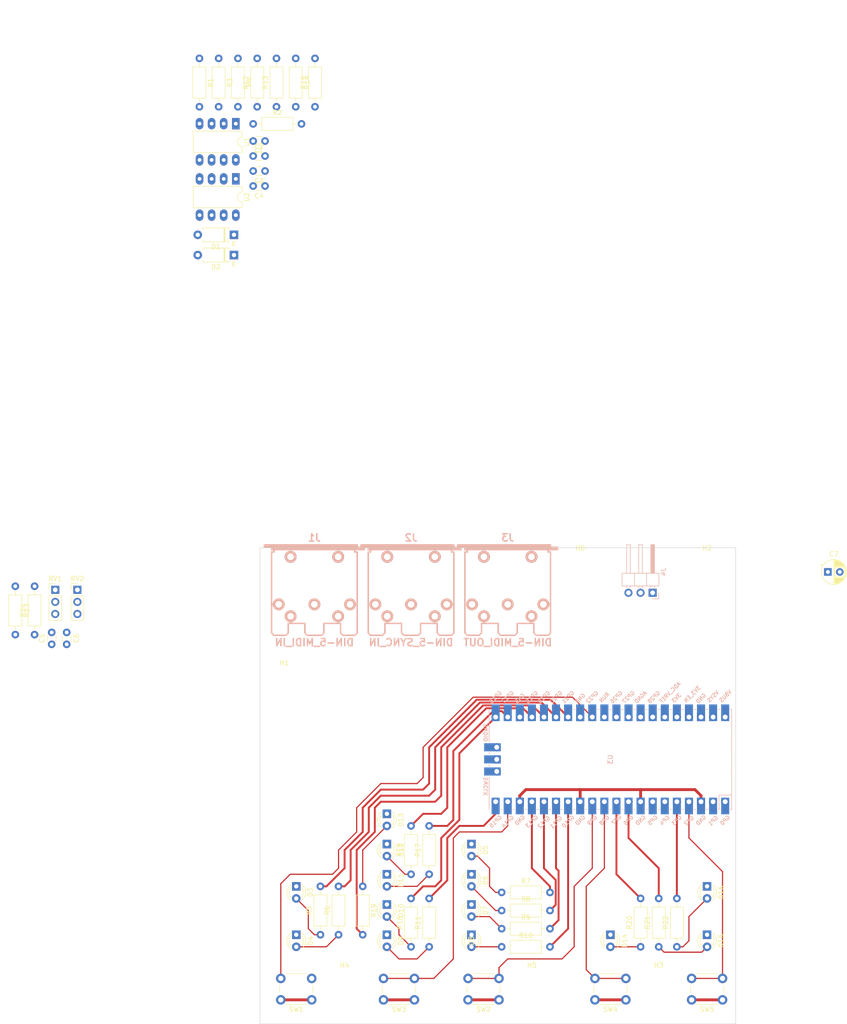
<source format=kicad_pcb>
(kicad_pcb (version 20221018) (generator pcbnew)
  (layers (0 "F.Cu" signal) (31 "B.Cu" signal) (34 "B.Paste" user) (35 "F.Paste" user) (36 "B.SilkS" user "B.Silkscreen") (37 "F.SilkS" user "F.Silkscreen") (38 "B.Mask" user) (39 "F.Mask" user) (44 "Edge.Cuts" user))
  (net 0 "")
  (net 1 "Net-(C1-Pad1)")
  (net 2 "GND")
  (net 3 "Net-(C2-Pad1)")
  (net 4 "+5V")
  (net 5 "/TEMPO")
  (net 6 "GNDA")
  (net 7 "/GATE")
  (net 8 "VCC")
  (net 9 "Net-(D1-K)")
  (net 10 "Net-(D1-A)")
  (net 11 "Net-(D2-K)")
  (net 12 "Net-(D2-A)")
  (net 13 "Net-(D3-A)")
  (net 14 "Net-(D4-A)")
  (net 15 "Net-(D5-A)")
  (net 16 "Net-(D6-A)")
  (net 17 "Net-(D7-A)")
  (net 18 "Net-(D8-A)")
  (net 19 "Net-(D9-A)")
  (net 20 "Net-(D10-A)")
  (net 21 "Net-(D11-A)")
  (net 22 "Net-(D12-A)")
  (net 23 "Net-(D13-A)")
  (net 24 "Net-(D14-A)")
  (net 25 "Net-(D15-A)")
  (net 26 "Net-(D16-A)")
  (net 28 "Net-(J1-Pad4)")
  (net 31 "Net-(J2-Pad4)")
  (net 34 "Net-(J3-Pad4)")
  (net 36 "Net-(J3-Pad5)")
  (net 37 "Net-(J4-Pin_1)")
  (net 38 "/MIDI_OUT")
  (net 39 "/TEMPO_LED")
  (net 40 "/SYNC_LED")
  (net 41 "/MODE_UP_LED")
  (net 42 "/MODE_DOWN_LED")
  (net 43 "/MODE_UP_DOWN_LED")
  (net 44 "/MODE_RANDOM_LED")
  (net 45 "/OCT1_LED")
  (net 46 "Net-(U1-VO1)")
  (net 47 "Net-(U2-VO1)")
  (net 48 "/MIDI_IN")
  (net 49 "/MIDI_SYNC_IN")
  (net 50 "/OCT2_LED")
  (net 51 "/OCT3_LED")
  (net 52 "/OCT4_LED")
  (net 53 "/OCT5_LED")
  (net 54 "/ONOFF_LED")
  (net 55 "/CHORDS_LED")
  (net 56 "/HOLD_LED")
  (net 57 "Net-(R23-Pad1)")
  (net 58 "Net-(R24-Pad1)")
  (net 59 "/ADC_VREF")
  (net 60 "/SYNC")
  (net 61 "/MODE")
  (net 62 "/OCT")
  (net 63 "/ONOFF")
  (net 64 "/HOLD")
  (net 74 "Net-(J4-Pin_3)")
  (footprint "LED_THT:LED_D3.0mm" (layer "F.Cu") (at 43.18 106.68 -90)
    (fp_text reference "D3")
    (fp_text value "LED")
  )
  (footprint "LED_THT:LED_D3.0mm" (layer "F.Cu") (at 62.23 116.84 -90)
    (fp_text reference "D9")
    (fp_text value "LED")
  )
  (footprint "Resistor_THT:R_Axial_DIN0207_L6.3mm_D2.5mm_P10.16mm_Horizontal" (layer "F.Cu") (at 34.12 -53.475)
    (fp_text reference "R2")
    (fp_text value "220")
  )
  (footprint "LED_THT:LED_D3.0mm" (layer "F.Cu") (at 80.01 104.14 -90)
    (fp_text reference "D6")
    (fp_text value "LED")
  )
  (footprint "Button_Switch_THT:SW_PUSH_6mm" (layer "F.Cu") (at 112.47 130.52 180)
    (fp_text reference "SW4")
    (fp_text value "SW_ONOFF")
  )
  (footprint "Resistor_THT:R_Axial_DIN0207_L6.3mm_D2.5mm_P10.16mm_Horizontal" (layer "F.Cu") (at 48.26 116.84 90)
    (fp_text reference "R5")
    (fp_text value "220")
  )
  (footprint "Resistor_THT:R_Axial_DIN0207_L6.3mm_D2.5mm_P10.16mm_Horizontal" (layer "F.Cu") (at 34.97 -57.075 90)
    (fp_text reference "R12")
    (fp_text value "4k7")
  )
  (footprint "Connector_PinHeader_2.54mm:PinHeader_1x03_P2.54mm_Vertical" (layer "F.Cu") (at -2.83 44.39)
    (fp_text reference "RV2")
    (fp_text value "10k (B)")
  )
  (footprint "Resistor_THT:R_Axial_DIN0207_L6.3mm_D2.5mm_P10.16mm_Horizontal" (layer "F.Cu") (at 57.15 106.68 -90)
    (fp_text reference "R19")
    (fp_text value "220")
  )
  (footprint "Resistor_THT:R_Axial_DIN0207_L6.3mm_D2.5mm_P10.16mm_Horizontal" (layer "F.Cu") (at -15.88 43.64 -90)
    (fp_text reference "R23")
    (fp_text value "15k")
  )
  (footprint "Capacitor_THT:C_Disc_D3.0mm_W1.6mm_P2.50mm" (layer "F.Cu") (at 36.62 -49.875 180)
    (fp_text reference "C1")
    (fp_text value "0.1u")
  )
  (footprint "Capacitor_THT:C_Disc_D3.0mm_W1.6mm_P2.50mm" (layer "F.Cu") (at -8.23 55.84 90)
    (fp_text reference "C5")
    (fp_text value "1u")
  )
  (footprint "Resistor_THT:R_Axial_DIN0207_L6.3mm_D2.5mm_P10.16mm_Horizontal" (layer "F.Cu") (at 47.12 -57.075 90)
    (fp_text reference "R15")
    (fp_text value "470")
  )
  (footprint "Connector_PinHeader_2.54mm:PinHeader_1x03_P2.54mm_Vertical" (layer "F.Cu") (at -7.48 44.39)
    (fp_text reference "RV1")
    (fp_text value "10k (B)")
  )
  (footprint "Button_Switch_THT:SW_PUSH_6mm" (layer "F.Cu") (at 46.43 130.52 180)
    (fp_text reference "SW1")
    (fp_text value "SW_SYNC")
  )
  (footprint "MountingHole:MountingHole_4mm" (layer "F.Cu") (at 129.54 40.64)
    (fp_text reference "H2")
    (fp_text value "MountingHole")
  )
  (footprint "LED_THT:LED_D3.0mm" (layer "F.Cu") (at 62.23 97.79 -90)
    (fp_text reference "D12")
    (fp_text value "LED")
  )
  (footprint "Resistor_THT:R_Axial_DIN0207_L6.3mm_D2.5mm_P10.16mm_Horizontal" (layer "F.Cu") (at 123.19 119.38 90)
    (fp_text reference "R22")
    (fp_text value "220")
  )
  (footprint "Resistor_THT:R_Axial_DIN0207_L6.3mm_D2.5mm_P10.16mm_Horizontal" (layer "F.Cu") (at 30.92 -67.235 -90)
    (fp_text reference "R4")
    (fp_text value "33")
  )
  (footprint "LED_THT:LED_D3.0mm" (layer "F.Cu") (at 80.01 97.79 -90)
    (fp_text reference "D5")
    (fp_text value "LED")
  )
  (footprint "Capacitor_THT:C_Disc_D3.0mm_W1.6mm_P2.50mm" (layer "F.Cu") (at 36.62 -43.575 180)
    (fp_text reference "C3")
    (fp_text value "0.1u")
  )
  (footprint "MountingHole:MountingHole_4mm" (layer "F.Cu") (at 92.71 128.27)
    (fp_text reference "H5")
    (fp_text value "MountingHole")
  )
  (footprint "Button_Switch_THT:SW_PUSH_6mm" (layer "F.Cu") (at 85.8 130.52 180)
    (fp_text reference "SW2")
    (fp_text value "SW_MODE")
  )
  (footprint "Resistor_THT:R_Axial_DIN0207_L6.3mm_D2.5mm_P10.16mm_Horizontal" (layer "F.Cu") (at 52.07 116.84 90)
    (fp_text reference "R6")
    (fp_text value "220")
  )
  (footprint "Button_Switch_THT:SW_PUSH_6mm" (layer "F.Cu") (at 68.02 130.52 180)
    (fp_text reference "SW3")
    (fp_text value "SW_OCT")
  )
  (footprint "LED_THT:LED_D3.0mm" (layer "F.Cu") (at 62.23 91.44 -90)
    (fp_text reference "D13")
    (fp_text value "LED")
  )
  (footprint "Resistor_THT:R_Axial_DIN0207_L6.3mm_D2.5mm_P10.16mm_Horizontal" (layer "F.Cu") (at -11.83 53.8 90)
    (fp_text reference "R24")
    (fp_text value "15k")
  )
  (footprint "LED_THT:LED_D3.0mm" (layer "F.Cu") (at 62.23 110.49 -90)
    (fp_text reference "D10")
    (fp_text value "LED")
  )
  (footprint "MountingHole:MountingHole_4mm" (layer "F.Cu") (at 53.34 128.27)
    (fp_text reference "H4")
    (fp_text value "MountingHole")
  )
  (footprint "Button_Switch_THT:SW_PUSH_6mm" (layer "F.Cu") (at 132.79 130.52 180)
    (fp_text reference "SW5")
    (fp_text value "SW_HOLD")
  )
  (footprint "Resistor_THT:R_Axial_DIN0207_L6.3mm_D2.5mm_P10.16mm_Horizontal" (layer "F.Cu") (at 86.36 107.95)
    (fp_text reference "R7")
    (fp_text value "220")
  )
  (footprint "Diode_THT:D_A-405_P7.62mm_Horizontal" (layer "F.Cu") (at 30.09 -30.175 180)
    (fp_text reference "D1")
    (fp_text value "1N914")
  )
  (footprint "Resistor_THT:R_Axial_DIN0207_L6.3mm_D2.5mm_P10.16mm_Horizontal" (layer "F.Cu") (at 86.36 115.57)
    (fp_text reference "R9")
    (fp_text value "220")
  )
  (footprint "Resistor_THT:R_Axial_DIN0207_L6.3mm_D2.5mm_P10.16mm_Horizontal" (layer "F.Cu") (at 67.31 104.14 90)
    (fp_text reference "R18")
    (fp_text value "220")
  )
  (footprint "MountingHole:MountingHole_4mm" (layer "F.Cu") (at 119.38 128.27)
    (fp_text reference "H3")
    (fp_text value "MountingHole")
  )
  (footprint "Resistor_THT:R_Axial_DIN0207_L6.3mm_D2.5mm_P10.16mm_Horizontal" (layer "F.Cu") (at 119.38 119.38 90)
    (fp_text reference "R21")
    (fp_text value "220")
  )
  (footprint "Capacitor_THT:C_Disc_D3.0mm_W1.6mm_P2.50mm" (layer "F.Cu") (at -5.08 53.34 -90)
    (fp_text reference "C6")
    (fp_text value "1u")
  )
  (footprint "LED_THT:LED_D3.0mm" (layer "F.Cu") (at 129.54 116.84 -90)
    (fp_text reference "D15")
    (fp_text value "LED")
  )
  (footprint "Capacitor_THT:C_Disc_D3.0mm_W1.6mm_P2.50mm" (layer "F.Cu") (at 34.12 -46.725)
    (fp_text reference "C2")
    (fp_text value "0.1u")
  )
  (footprint "MountingHole:MountingHole_4mm" (layer "F.Cu") (at 102.87 40.64)
    (fp_text reference "H6")
    (fp_text value "MountingHole")
  )
  (footprint "Package_DIP:DIP-8_W7.62mm_LongPads" (layer "F.Cu") (at 30.47 -41.925 -90)
    (fp_text reference "U2")
    (fp_text value "6N138")
  )
  (footprint "Resistor_THT:R_Axial_DIN0207_L6.3mm_D2.5mm_P10.16mm_Horizontal" (layer "F.Cu") (at 39.02 -57.075 90)
    (fp_text reference "R13")
    (fp_text value "4k7")
  )
  (footprint "LED_THT:LED_D3.0mm" (layer "F.Cu") (at 43.18 116.84 -90)
    (fp_text reference "D4")
    (fp_text value "LED")
  )
  (footprint "LED_THT:LED_D3.0mm" (layer "F.Cu") (at 80.01 116.84 -90)
    (fp_text reference "D8")
    (fp_text value "LED")
  )
  (footprint "Diode_THT:D_A-405_P7.62mm_Horizontal" (layer "F.Cu") (at 30.09 -25.925 180)
    (fp_text reference "D2")
    (fp_text value "1N914")
  )
  (footprint "Resistor_THT:R_Axial_DIN0207_L6.3mm_D2.5mm_P10.16mm_Horizontal" (layer "F.Cu") (at 67.31 119.38 90)
    (fp_text reference "R16")
    (fp_text value "220")
  )
  (footprint "Resistor_THT:R_Axial_DIN0207_L6.3mm_D2.5mm_P10.16mm_Horizontal" (layer "F.Cu") (at 86.36 111.76)
    (fp_text reference "R8")
    (fp_text value "220")
  )
  (footprint "LED_THT:LED_D3.0mm" (layer "F.Cu") (at 80.01 110.49 -90)
    (fp_text reference "D7")
    (fp_text value "LED")
  )
  (footprint "LED_THT:LED_D3.0mm" (layer "F.Cu") (at 129.54 106.68 -90)
    (fp_text reference "D16")
    (fp_text value "LED")
  )
  (footprint "Capacitor_THT:C_Disc_D3.0mm_W1.6mm_P2.50mm" (layer "F.Cu") (at 36.62 -40.425 180)
    (fp_text reference "C4")
    (fp_text value "0.1u")
  )
  (footprint "LED_THT:LED_D3.0mm" (layer "F.Cu") (at 109.22 116.84 -90)
    (fp_text reference "D14")
    (fp_text value "LED")
  )
  (footprint "Resistor_THT:R_Axial_DIN0207_L6.3mm_D2.5mm_P10.16mm_Horizontal" (layer "F.Cu") (at 43.07 -67.235 -90)
    (fp_text reference "R14")
    (fp_text value "470")
  )
  (footprint "MountingHole:MountingHole_4mm" (layer "F.Cu") (at 40.64 64.77)
    (fp_text reference "H1")
    (fp_text value "MountingHole")
  )
  (footprint "Resistor_THT:R_Axial_DIN0207_L6.3mm_D2.5mm_P10.16mm_Horizontal" (layer "F.Cu") (at 71.12 104.14 90)
    (fp_text reference "R17")
    (fp_text value "220")
  )
  (footprint "Capacitor_THT:CP_Radial_D5.0mm_P2.50mm" (layer "F.Cu") (at 154.94 40.64)
    (fp_text reference "C7")
    (fp_text value "10u")
  )
  (footprint "Resistor_THT:R_Axial_DIN0207_L6.3mm_D2.5mm_P10.16mm_Horizontal" (layer "F.Cu") (at 115.57 119.38 90)
    (fp_text reference "R20")
    (fp_text value "220")
  )
  (footprint "Resistor_THT:R_Axial_DIN0207_L6.3mm_D2.5mm_P10.16mm_Horizontal" (layer "F.Cu") (at 71.12 119.38 90)
    (fp_text reference "R11")
    (fp_text value "220")
  )
  (footprint "Resistor_THT:R_Axial_DIN0207_L6.3mm_D2.5mm_P10.16mm_Horizontal" (layer "F.Cu") (at 86.36 119.38)
    (fp_text reference "R10")
    (fp_text value "220")
  )
  (footprint "Package_DIP:DIP-8_W7.62mm_LongPads" (layer "F.Cu") (at 30.47 -53.525 -90)
    (fp_text reference "U1")
    (fp_text value "6N138")
  )
  (footprint "Resistor_THT:R_Axial_DIN0207_L6.3mm_D2.5mm_P10.16mm_Horizontal" (layer "F.Cu") (at 26.87 -67.235 -90)
    (fp_text reference "R3")
    (fp_text value "10")
  )
  (footprint "Resistor_THT:R_Axial_DIN0207_L6.3mm_D2.5mm_P10.16mm_Horizontal" (layer "F.Cu") (at 22.82 -67.235 -90)
    (fp_text reference "R1")
    (fp_text value "220")
  )
  (footprint "LED_THT:LED_D3.0mm" (layer "F.Cu") (at 62.23 104.14 -90)
    (fp_text reference "D11")
    (fp_text value "LED")
  )
  (footprint "Connector_PinHeader_2.54mm:PinHeader_1x03_P2.54mm_Horizontal" (layer "B.Cu") (at 118.095 45.015 90)
    (fp_text reference "J4")
    (fp_text value "Conn_01x03_Pin")
  )
  (footprint "Eurocad:MIDI_DIN5" (layer "B.Cu") (at 46.99 44.45)
    (fp_text reference "J1")
    (fp_text value "DIN-5_MIDI_IN")
  )
  (footprint "Eurocad:MIDI_DIN5" (layer "B.Cu") (at 67.31 44.45)
    (fp_text reference "J2")
    (fp_text value "DIN-5_SYNC_IN")
  )
  (footprint "MCU_RaspberryPi_and_Boards:RPi_Pico_SMD_TH" (layer "B.Cu") (at 109.22 80.01 90)
    (fp_text reference "U3")
    (fp_text value "Pico")
  )
  (footprint "Eurocad:MIDI_DIN5" (layer "B.Cu") (at 87.63 44.45)
    (fp_text reference "J3")
    (fp_text value "DIN-5_MIDI_OUT")
  )
  (gr_rect (start 35.56 35.56) (end 135.56 135.56) (stroke (width 0.1)) (fill none) (layer "Edge.Cuts"))
  (segment (start 90.17 88.9) (end 90.17 87.63) (width 0.6) (layer "F.Cu") (net 2))
  (segment (start 132.79 130.52) (end 126.29 130.52) (width 0.6) (layer "F.Cu") (net 2))
  (segment (start 127 86.36) (end 128.27 87.63) (width 0.6) (layer "F.Cu") (net 2))
  (segment (start 39.93 130.52) (end 46.43 130.52) (width 0.6) (layer "F.Cu") (net 2))
  (segment (start 102.87 86.36) (end 115.57 86.36) (width 0.6) (layer "F.Cu") (net 2))
  (segment (start 90.17 87.63) (end 91.44 86.36) (width 0.6) (layer "F.Cu") (net 2))
  (segment (start 91.44 86.36) (end 102.87 86.36) (width 0.6) (layer "F.Cu") (net 2))
  (segment (start 115.57 86.36) (end 127 86.36) (width 0.6) (layer "F.Cu") (net 2))
  (segment (start 102.87 88.9) (end 102.87 86.36) (width 0.6) (layer "F.Cu") (net 2))
  (segment (start 112.76 130.81) (end 113.03 130.81) (width 0.6) (layer "F.Cu") (net 2))
  (segment (start 61.52 130.52) (end 68.02 130.52) (width 0.6) (layer "F.Cu") (net 2))
  (segment (start 79.3 130.52) (end 85.8 130.52) (width 0.6) (layer "F.Cu") (net 2))
  (segment (start 112.47 130.52) (end 112.76 130.81) (width 0.6) (layer "F.Cu") (net 2))
  (segment (start 112.47 130.52) (end 105.97 130.52) (width 0.6) (layer "F.Cu") (net 2))
  (segment (start 128.27 87.63) (end 128.27 88.9) (width 0.6) (layer "F.Cu") (net 2))
  (segment (start 115.57 88.9) (end 115.57 86.36) (width 0.6) (layer "F.Cu") (net 2))
  (segment (start 46.99 116.84) (end 48.26 116.84) (width 0.25) (layer "F.Cu") (net 13))
  (segment (start 43.18 109.22) (end 45.72 111.76) (width 0.25) (layer "F.Cu") (net 13))
  (segment (start 45.72 115.57) (end 46.99 116.84) (width 0.25) (layer "F.Cu") (net 13))
  (segment (start 45.72 111.76) (end 45.72 115.57) (width 0.25) (layer "F.Cu") (net 13))
  (segment (start 43.18 119.38) (end 49.53 119.38) (width 0.25) (layer "F.Cu") (net 14))
  (segment (start 49.53 119.38) (end 52.07 116.84) (width 0.25) (layer "F.Cu") (net 14))
  (segment (start 85.09 107.95) (end 86.36 107.95) (width 0.25) (layer "F.Cu") (net 15))
  (segment (start 81.28 100.33) (end 83.82 102.87) (width 0.25) (layer "F.Cu") (net 15))
  (segment (start 80.01 100.33) (end 81.28 100.33) (width 0.25) (layer "F.Cu") (net 15))
  (segment (start 83.82 102.87) (end 83.82 106.68) (width 0.25) (layer "F.Cu") (net 15))
  (segment (start 83.82 106.68) (end 85.09 107.95) (width 0.25) (layer "F.Cu") (net 15))
  (segment (start 80.01 106.68) (end 85.09 111.76) (width 0.25) (layer "F.Cu") (net 16))
  (segment (start 85.09 111.76) (end 86.36 111.76) (width 0.25) (layer "F.Cu") (net 16))
  (segment (start 80.01 113.03) (end 83.82 113.03) (width 0.25) (layer "F.Cu") (net 17))
  (segment (start 83.82 113.03) (end 86.36 115.57) (width 0.25) (layer "F.Cu") (net 17))
  (segment (start 80.01 119.38) (end 86.36 119.38) (width 0.25) (layer "F.Cu") (net 18))
  (segment (start 62.23 119.38) (end 64.77 121.92) (width 0.25) (layer "F.Cu") (net 19))
  (segment (start 68.58 121.92) (end 71.12 119.38) (width 0.25) (layer "F.Cu") (net 19))
  (segment (start 64.77 121.92) (end 68.58 121.92) (width 0.25) (layer "F.Cu") (net 19))
  (segment (start 67.31 119.38) (end 64.77 116.84) (width 0.25) (layer "F.Cu") (net 20))
  (segment (start 64.77 115.57) (end 62.23 113.03) (width 0.25) (layer "F.Cu") (net 20))
  (segment (start 64.77 116.84) (end 64.77 115.57) (width 0.25) (layer "F.Cu") (net 20))
  (segment (start 62.23 106.68) (end 68.58 106.68) (width 0.25) (layer "F.Cu") (net 21))
  (segment (start 68.58 106.68) (end 71.12 104.14) (width 0.25) (layer "F.Cu") (net 21))
  (segment (start 62.23 100.33) (end 66.04 104.14) (width 0.25) (layer "F.Cu") (net 22))
  (segment (start 66.04 104.14) (end 67.31 104.14) (width 0.25) (layer "F.Cu") (net 22))
  (segment (start 57.15 99.06) (end 57.15 106.68) (width 0.25) (layer "F.Cu") (net 23))
  (segment (start 62.23 93.98) (end 57.15 99.06) (width 0.25) (layer "F.Cu") (net 23))
  (segment (start 109.22 119.38) (end 115.57 119.38) (width 0.25) (layer "F.Cu") (net 24))
  (segment (start 129.54 119.38) (end 128.415 120.505) (width 0.25) (layer "F.Cu") (net 25))
  (segment (start 120.505 120.505) (end 119.38 119.38) (width 0.25) (layer "F.Cu") (net 25))
  (segment (start 128.415 120.505) (end 120.505 120.505) (width 0.25) (layer "F.Cu") (net 25))
  (segment (start 124.46 119.38) (end 125.73 118.11) (width 0.25) (layer "F.Cu") (net 26))
  (segment (start 123.19 119.38) (end 124.46 119.38) (width 0.25) (layer "F.Cu") (net 26))
  (segment (start 125.73 118.11) (end 125.73 113.03) (width 0.25) (layer "F.Cu") (net 26))
  (segment (start 125.73 113.03) (end 129.54 109.22) (width 0.25) (layer "F.Cu") (net 26))
  (segment (start 100.33 71.12) (end 96.681497 67.471497) (width 0.4) (layer "F.Cu") (net 39))
  (segment (start 69.85 86.36) (end 60.96 86.36) (width 0.4) (layer "F.Cu") (net 39))
  (segment (start 60.96 86.36) (end 57.15 90.17) (width 0.4) (layer "F.Cu") (net 39))
  (segment (start 53.34 102.87) (end 49.53 106.68) (width 0.4) (layer "F.Cu") (net 39))
  (segment (start 71.12 77.47) (end 71.12 85.09) (width 0.4) (layer "F.Cu") (net 39))
  (segment (start 81.118503 67.471497) (end 71.12 77.47) (width 0.4) (layer "F.Cu") (net 39))
  (segment (start 57.15 95.25) (end 53.34 99.06) (width 0.4) (layer "F.Cu") (net 39))
  (segment (start 71.12 85.09) (end 69.85 86.36) (width 0.4) (layer "F.Cu") (net 39))
  (segment (start 57.15 90.17) (end 57.15 95.25) (width 0.4) (layer "F.Cu") (net 39))
  (segment (start 53.34 99.06) (end 53.34 102.87) (width 0.4) (layer "F.Cu") (net 39))
  (segment (start 96.681497 67.471497) (end 81.118503 67.471497) (width 0.4) (layer "F.Cu") (net 39))
  (segment (start 49.53 106.68) (end 48.26 106.68) (width 0.4) (layer "F.Cu") (net 39))
  (segment (start 71.12 87.63) (end 60.96 87.63) (width 0.4) (layer "F.Cu") (net 40))
  (segment (start 58.42 90.17) (end 58.42 95.25) (width 0.4) (layer "F.Cu") (net 40))
  (segment (start 97.79 71.12) (end 94.741497 68.071497) (width 0.4) (layer "F.Cu") (net 40))
  (segment (start 94.741497 68.071497) (end 81.788503 68.071497) (width 0.4) (layer "F.Cu") (net 40))
  (segment (start 54.61 99.06) (end 54.61 105.41) (width 0.4) (layer "F.Cu") (net 40))
  (segment (start 58.42 95.25) (end 54.61 99.06) (width 0.4) (layer "F.Cu") (net 40))
  (segment (start 72.39 77.47) (end 72.39 86.36) (width 0.4) (layer "F.Cu") (net 40))
  (segment (start 53.34 106.68) (end 52.07 106.68) (width 0.4) (layer "F.Cu") (net 40))
  (segment (start 72.39 86.36) (end 71.12 87.63) (width 0.4) (layer "F.Cu") (net 40))
  (segment (start 54.61 105.41) (end 53.34 106.68) (width 0.4) (layer "F.Cu") (net 40))
  (segment (start 81.788503 68.071497) (end 72.39 77.47) (width 0.4) (layer "F.Cu") (net 40))
  (segment (start 60.96 87.63) (end 58.42 90.17) (width 0.4) (layer "F.Cu") (net 40))
  (segment (start 96.52 106.68) (end 92.71 102.87) (width 0.4) (layer "F.Cu") (net 41))
  (segment (start 96.52 107.95) (end 96.52 106.68) (width 0.4) (layer "F.Cu") (net 41))
  (segment (start 92.71 102.87) (end 92.71 88.9) (width 0.4) (layer "F.Cu") (net 41))
  (segment (start 97.72 105.34) (end 95.25 102.87) (width 0.4) (layer "F.Cu") (net 42))
  (segment (start 97.72 110.56) (end 97.72 105.34) (width 0.4) (layer "F.Cu") (net 42))
  (segment (start 96.52 111.76) (end 97.72 110.56) (width 0.4) (layer "F.Cu") (net 42))
  (segment (start 95.25 102.87) (end 95.25 88.9) (width 0.4) (layer "F.Cu") (net 42))
  (segment (start 97.79 102.87) (end 97.79 88.9) (width 0.4) (layer "F.Cu") (net 43))
  (segment (start 98.3195 113.7705) (end 98.3195 103.3995) (width 0.4) (layer "F.Cu") (net 43))
  (segment (start 96.52 115.57) (end 98.3195 113.7705) (width 0.4) (layer "F.Cu") (net 43))
  (segment (start 98.3195 103.3995) (end 97.79 102.87) (width 0.4) (layer "F.Cu") (net 43))
  (segment (start 96.52 119.38) (end 100.33 115.57) (width 0.4) (layer "F.Cu") (net 44))
  (segment (start 100.33 115.57) (end 100.33 88.9) (width 0.4) (layer "F.Cu") (net 44))
  (segment (start 74.93 105.41) (end 74.93 96.52) (width 0.4) (layer "F.Cu") (net 45))
  (segment (start 82.55 93.98) (end 85.09 91.44) (width 0.4) (layer "F.Cu") (net 45))
  (segment (start 74.93 96.52) (end 77.47 93.98) (width 0.4) (layer "F.Cu") (net 45))
  (segment (start 77.47 93.98) (end 82.55 93.98) (width 0.4) (layer "F.Cu") (net 45))
  (segment (start 85.09 91.44) (end 85.09 88.9) (width 0.4) (layer "F.Cu") (net 45))
  (segment (start 71.12 109.22) (end 74.93 105.41) (width 0.4) (layer "F.Cu") (net 45))
  (segment (start 85.09 71.12) (end 77.47 78.74) (width 0.4) (layer "F.Cu") (net 50))
  (segment (start 73.66 105.41) (end 72.39 106.68) (width 0.4) (layer "F.Cu") (net 50))
  (segment (start 72.39 106.68) (end 69.85 106.68) (width 0.4) (layer "F.Cu") (net 50))
  (segment (start 77.47 92.71) (end 73.66 96.52) (width 0.4) (layer "F.Cu") (net 50))
  (segment (start 77.47 78.74) (end 77.47 92.71) (width 0.4) (layer "F.Cu") (net 50))
  (segment (start 69.85 106.68) (end 67.31 109.22) (width 0.4) (layer "F.Cu") (net 50))
  (segment (start 73.66 96.52) (end 73.66 105.41) (width 0.4) (layer "F.Cu") (net 50))
  (segment (start 76.2 92.71) (end 74.93 93.98) (width 0.4) (layer "F.Cu") (net 51))
  (segment (start 76.2 78.242233) (end 76.2 92.71) (width 0.4) (layer "F.Cu") (net 51))
  (segment (start 74.93 93.98) (end 71.12 93.98) (width 0.4) (layer "F.Cu") (net 51))
  (segment (start 84.572233 69.87) (end 76.2 78.242233) (width 0.4) (layer "F.Cu") (net 51))
  (segment (start 87.63 71.12) (end 86.38 69.87) (width 0.4) (layer "F.Cu") (net 51))
  (segment (start 86.38 69.87) (end 84.572233 69.87) (width 0.4) (layer "F.Cu") (net 51))
  (segment (start 74.93 77.47) (end 74.93 90.17) (width 0.4) (layer "F.Cu") (net 52))
  (segment (start 90.860499 69.270499) (end 83.129501 69.270499) (width 0.4) (layer "F.Cu") (net 52))
  (segment (start 73.66 91.44) (end 69.85 91.44) (width 0.4) (layer "F.Cu") (net 52))
  (segment (start 74.93 90.17) (end 73.66 91.44) (width 0.4) (layer "F.Cu") (net 52))
  (segment (start 69.85 91.44) (end 67.31 93.98) (width 0.4) (layer "F.Cu") (net 52))
  (segment (start 83.129501 69.270499) (end 74.93 77.47) (width 0.4) (layer "F.Cu") (net 52))
  (segment (start 92.71 71.12) (end 90.860499 69.270499) (width 0.4) (layer "F.Cu") (net 52))
  (segment (start 82.459002 68.670998) (end 73.66 77.47) (width 0.4) (layer "F.Cu") (net 53))
  (segment (start 60.96 88.9) (end 59.69 90.17) (width 0.4) (layer "F.Cu") (net 53))
  (segment (start 95.25 71.12) (end 92.800998 68.670998) (width 0.4) (layer "F.Cu") (net 53))
  (segment (start 55.88 99.06) (end 55.88 115.57) (width 0.4) (layer "F.Cu") (net 53))
  (segment (start 92.800998 68.670998) (end 82.459002 68.670998) (width 0.4) (layer "F.Cu") (net 53))
  (segment (start 55.88 115.57) (end 57.15 116.84) (width 0.4) (layer "F.Cu") (net 53))
  (segment (start 73.66 77.47) (end 73.66 87.63) (width 0.4) (layer "F.Cu") (net 53))
  (segment (start 59.69 90.17) (end 59.69 95.25) (width 0.4) (layer "F.Cu") (net 53))
  (segment (start 59.69 95.25) (end 55.88 99.06) (width 0.4) (layer "F.Cu") (net 53))
  (segment (start 73.66 87.63) (end 72.39 88.9) (width 0.4) (layer "F.Cu") (net 53))
  (segment (start 72.39 88.9) (end 60.96 88.9) (width 0.4) (layer "F.Cu") (net 53))
  (segment (start 115.57 109.22) (end 110.49 104.14) (width 0.4) (layer "F.Cu") (net 54))
  (segment (start 110.49 104.14) (end 110.49 88.9) (width 0.4) (layer "F.Cu") (net 54))
  (segment (start 119.38 102.87) (end 113.03 96.52) (width 0.4) (layer "F.Cu") (net 55))
  (segment (start 113.03 96.52) (end 113.03 88.9) (width 0.4) (layer "F.Cu") (net 55))
  (segment (start 119.38 109.22) (end 119.38 102.87) (width 0.4) (layer "F.Cu") (net 55))
  (segment (start 123.19 109.22) (end 123.19 88.9) (width 0.4) (layer "F.Cu") (net 56))
  (segment (start 52.07 99.06) (end 52.07 102.87) (width 0.25) (layer "F.Cu") (net 60))
  (segment (start 41.91 104.14) (end 50.8 104.14) (width 0.25) (layer "F.Cu") (net 60))
  (segment (start 50.8 104.14) (end 52.07 102.87) (width 0.25) (layer "F.Cu") (net 60))
  (segment (start 101.236996 66.946996) (end 80.373004 66.946996) (width 0.25) (layer "F.Cu") (net 60))
  (segment (start 105.41 71.12) (end 101.236996 66.946996) (width 0.25) (layer "F.Cu") (net 60))
  (segment (start 55.88 95.25) (end 52.07 99.06) (width 0.25) (layer "F.Cu") (net 60))
  (segment (start 60.96 85.09) (end 55.88 90.17) (width 0.25) (layer "F.Cu") (net 60))
  (segment (start 40.64 105.41) (end 39.93 106.12) (width 0.25) (layer "F.Cu") (net 60))
  (segment (start 40.64 105.41) (end 41.91 104.14) (width 0.25) (layer "F.Cu") (net 60))
  (segment (start 80.373004 66.946996) (end 69.85 77.47) (width 0.25) (layer "F.Cu") (net 60))
  (segment (start 55.88 90.17) (end 55.88 95.25) (width 0.25) (layer "F.Cu") (net 60))
  (segment (start 39.93 106.12) (end 39.93 126.02) (width 0.25) (layer "F.Cu") (net 60))
  (segment (start 68.58 85.09) (end 60.96 85.09) (width 0.25) (layer "F.Cu") (net 60))
  (segment (start 69.85 77.47) (end 69.85 83.82) (width 0.25) (layer "F.Cu") (net 60))
  (segment (start 69.85 83.82) (end 68.58 85.09) (width 0.25) (layer "F.Cu") (net 60))
  (segment (start 99.06 121.92) (end 101.6 119.38) (width 0.25) (layer "F.Cu") (net 61))
  (segment (start 87.63 121.92) (end 99.06 121.92) (width 0.25) (layer "F.Cu") (net 61))
  (segment (start 85.8 126.02) (end 79.3 126.02) (width 0.25) (layer "F.Cu") (net 61))
  (segment (start 85.8 126.02) (end 85.8 123.75) (width 0.25) (layer "F.Cu") (net 61))
  (segment (start 105.41 102.87) (end 105.41 88.9) (width 0.25) (layer "F.Cu") (net 61))
  (segment (start 85.8 123.75) (end 87.63 121.92) (width 0.25) (layer "F.Cu") (net 61))
  (segment (start 101.6 119.38) (end 101.6 106.68) (width 0.25) (layer "F.Cu") (net 61))
  (segment (start 101.6 106.68) (end 105.41 102.87) (width 0.25) (layer "F.Cu") (net 61))
  (segment (start 86.36 95.25) (end 87.63 93.98) (width 0.25) (layer "F.Cu") (net 62))
  (segment (start 76.2 121.92) (end 76.2 96.52) (width 0.25) (layer "F.Cu") (net 62))
  (segment (start 77.47 95.25) (end 86.36 95.25) (width 0.25) (layer "F.Cu") (net 62))
  (segment (start 68.02 126.02) (end 72.1 126.02) (width 0.25) (layer "F.Cu") (net 62))
  (segment (start 68.02 126.02) (end 61.52 126.02) (width 0.25) (layer "F.Cu") (net 62))
  (segment (start 87.63 93.98) (end 87.63 88.9) (width 0.25) (layer "F.Cu") (net 62))
  (segment (start 72.1 126.02) (end 76.2 121.92) (width 0.25) (layer "F.Cu") (net 62))
  (segment (start 76.2 96.52) (end 77.47 95.25) (width 0.25) (layer "F.Cu") (net 62))
  (segment (start 104.14 124.19) (end 104.14 106.68) (width 0.25) (layer "F.Cu") (net 63))
  (segment (start 107.95 102.87) (end 107.95 88.9) (width 0.25) (layer "F.Cu") (net 63))
  (segment (start 105.97 126.02) (end 104.14 124.19) (width 0.25) (layer "F.Cu") (net 63))
  (segment (start 112.47 126.02) (end 105.97 126.02) (width 0.25) (layer "F.Cu") (net 63))
  (segment (start 104.14 106.68) (end 107.95 102.87) (width 0.25) (layer "F.Cu") (net 63))
  (segment (start 132.79 103.58) (end 125.73 96.52) (width 0.25) (layer "F.Cu") (net 64))
  (segment (start 126.29 126.02) (end 132.79 126.02) (width 0.25) (layer "F.Cu") (net 64))
  (segment (start 125.73 125.46) (end 126.29 126.02) (width 0.25) (layer "F.Cu") (net 64))
  (segment (start 132.79 126.02) (end 132.79 103.58) (width 0.25) (layer "F.Cu") (net 64))
  (segment (start 125.73 96.52) (end 125.73 88.9) (width 0.25) (layer "F.Cu") (net 64))
)
</source>
